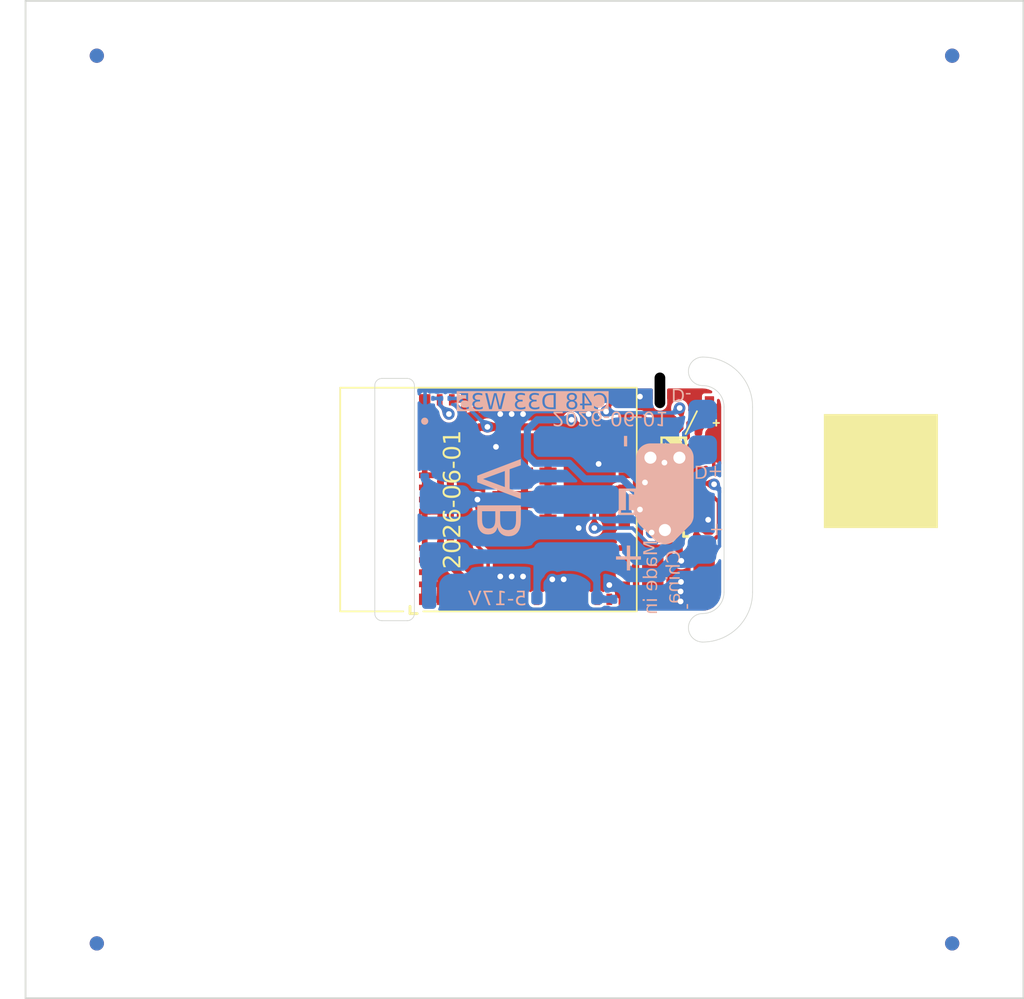
<source format=kicad_pcb>
(kicad_pcb (version 20241229) (generator "pcbnew") (generator_version "9.0")
  (title_block (title "LEDX12") (rev "1") (comment 1 "www.me.uk") (comment 2 "@TheRealRevK"))
  (layers (0 "F.Cu" signal) (2 "B.Cu" signal) (13 "F.Paste" user) (15 "B.Paste" user) (5 "F.SilkS" user "F.Silkscreen") (7 "B.SilkS" user "B.Silkscreen") (1 "F.Mask" user) (3 "B.Mask" user) (25 "Edge.Cuts" user))
  (property "DATE" "2023-06-01")
  (net 0 "")
  (net 1 "GND")
  (net 2 "Net-(U2-EN)")
  (net 3 "D-")
  (net 4 "D+")
  (net 13 "+3.3V")
  (net 25 "LED2")
  (net 28 "SD")
  (net 29 "LED1")
  (net 34 "SCK")
  (net 36 "WS")
  (net 38 "DC")
  (net 40 "BST")
  (net 41 "SW")
  (net 42 "FB")
  (net 43 "EN")
  (footprint "RevK:C_0402" (layer "F.Cu") (at 112.7 97)
    (property "Reference" "C6" (hide yes))
    (property "Value" "22uF" (hide yes))
    (pad "1" smd roundrect (at -0.5 0) (size 0.54 0.64) (layers "F.Cu" "F.Mask" "F.Paste") (roundrect_rratio 0.28) (net 13 "+3.3V"))
    (pad "2" smd roundrect (at 0.5 0) (size 0.54 0.64) (layers "F.Cu" "F.Mask" "F.Paste") (roundrect_rratio 0.28) (net 1 "GND"))
  )
  (footprint "RevK:C_0201" (layer "F.Cu") (at 112.85 99.85)
    (property "Reference" "C8" (hide yes))
    (property "Value" "100nF")
    (pad "1" smd roundrect (at -0.275 0) (size 0.25 0.35) (layers "F.Cu" "F.Mask" "F.Paste") (net 40 "BST") (clearance 0.18) (thermal_bridge_width 0.25) (thermal_gap 0.25))
    (pad "2" smd roundrect (at 0.275 0) (size 0.25 0.35) (layers "F.Cu" "F.Mask" "F.Paste") (net 41 "SW") (clearance 0.18) (thermal_bridge_width 0.25) (thermal_gap 0.25))
  )
  (footprint "RevK:C_0402" (layer "F.Cu") (at 110.85 101.7 90)
    (property "Reference" "C3" (hide yes))
    (property "Value" "100nF 25V" (hide yes))
    (pad "1" smd roundrect (at -0.5 0 90) (size 0.54 0.64) (layers "F.Cu" "F.Mask" "F.Paste") (roundrect_rratio 0.28) (net 38 "DC"))
    (pad "2" smd roundrect (at 0.5 0 90) (size 0.54 0.64) (layers "F.Cu" "F.Mask" "F.Paste") (roundrect_rratio 0.28) (net 1 "GND"))
  )
  (footprint "RevK:SMD1615" (layer "F.Cu") (at 112.5 93.6 -90)
    (property "Reference" "D1" (hide yes))
    (property "Value" "XL-1010RGBC-WS2812B" (hide yes))
    (fp_line (start 0.822737 -0.952833) (end 1.222737 -0.952833) (stroke (width 0.12)) (layer "F.SilkS"))
    (fp_line (start 1.022737 -1.152833) (end 1.022737 -0.752833) (stroke (width 0.12)) (layer "F.SilkS"))
    (pad "1" smd roundrect (at -0.625 0.475 270) (size 0.45 0.65) (layers "F.Cu" "F.Mask" "F.Paste") (roundrect_rratio 0) (chamfer_ratio 0.06) (chamfer bottom_left) (net 1 "GND"))
    (pad "2" smd roundrect (at 0.625 0.475 90) (size 0.45 0.65) (layers "F.Cu" "F.Mask" "F.Paste") (roundrect_rratio 0) (chamfer_ratio 0.06) (chamfer top_left) (net 25 "LED2"))
    (pad "3" smd roundrect (at 0.625 -0.475 270) (size 0.45 0.65) (layers "F.Cu" "F.Mask" "F.Paste") (roundrect_rratio 0) (chamfer_ratio 0.06) (chamfer top_right) (net 13 "+3.3V"))
    (pad "4" smd roundrect (at -0.625 -0.475 270) (size 0.45 0.65) (layers "F.Cu" "F.Mask" "F.Paste") (roundrect_rratio 0) (chamfer_ratio 0.06) (chamfer top_left))
  )
  (footprint "RevK:R_0201" (layer "F.Cu") (at 111.5 99.6 90)
    (property "Reference" "R3" (hide yes))
    (property "Value" "33k 1%")
    (pad "1" smd roundrect (at -0.275 0 90) (size 0.25 0.35) (layers "F.Cu" "F.Mask" "F.Paste") (net 42 "FB") (clearance 0.18) (thermal_bridge_width 0.25) (thermal_gap 0.25))
    (pad "2" smd roundrect (at 0.275 0 90) (size 0.25 0.35) (layers "F.Cu" "F.Mask" "F.Paste") (net 1 "GND") (clearance 0.18) (thermal_bridge_width 0.25) (thermal_gap 0.25))
  )
  (footprint "RevK:L_5x5" (layer "F.Cu") (at 110.8 105.15 180)
    (property "Reference" "L1" (hide yes))
    (property "Value" "4.7uH")
    (pad "1" smd rect (at -1.8 0 270) (size 4 1.5) (layers "F.Cu" "F.Mask") (net 41 "SW") (clearance 0.2))
    (pad "2" smd rect (at 1.8 0 270) (size 4 1.5) (layers "F.Cu" "F.Mask") (net 13 "+3.3V"))
  )
  (footprint "RevK:C_0201" (layer "F.Cu") (at 111.7 97.8)
    (property "Reference" "C15" (hide yes))
    (property "Value" "100nF")
    (pad "1" smd roundrect (at -0.275 0) (size 0.25 0.35) (layers "F.Cu" "F.Mask" "F.Paste") (net 1 "GND") (clearance 0.18) (thermal_bridge_width 0.25) (thermal_gap 0.25))
    (pad "2" smd roundrect (at 0.275 0) (size 0.25 0.35) (layers "F.Cu" "F.Mask" "F.Paste") (net 13 "+3.3V") (clearance 0.18) (thermal_bridge_width 0.25) (thermal_gap 0.25))
  )
  (footprint "RevK:C_0201" (layer "F.Cu") (at 113 97.8 180)
    (property "Reference" "C13" (hide yes))
    (property "Value" "100nF")
    (pad "1" smd roundrect (at -0.275 0 180) (size 0.25 0.35) (layers "F.Cu" "F.Mask" "F.Paste") (net 1 "GND") (clearance 0.18) (thermal_bridge_width 0.25) (thermal_gap 0.25))
    (pad "2" smd roundrect (at 0.275 0 180) (size 0.25 0.35) (layers "F.Cu" "F.Mask" "F.Paste") (net 13 "+3.3V") (clearance 0.18) (thermal_bridge_width 0.25) (thermal_gap 0.25))
  )
  (footprint "RevK:SOT-563" (layer "F.Cu") (at 112.0625 101.2875 90)
    (property "Reference" "U1" (hide yes))
    (property "Value" "TPS562246")
    (fp_line (start -1 -0.9) (end -1.3 -0.9) (stroke (width 0.2)) (layer "F.SilkS"))
    (fp_line (start -1.3 -0.6) (end -1.3 -0.9) (stroke (width 0.2)) (layer "F.SilkS"))
    (pad "1" smd roundrect (at -0.7125 -0.5 90) (size 0.675 0.35) (layers "F.Cu" "F.Mask" "F.Paste") (net 38 "DC") (clearance 0.15))
    (pad "2" smd roundrect (at -0.7125 0 90) (size 0.675 0.35) (layers "F.Cu" "F.Mask" "F.Paste") (net 41 "SW") (clearance 0.15))
    (pad "3" smd roundrect (at -0.7125 0.5 90) (size 0.675 0.35) (layers "F.Cu" "F.Mask" "F.Paste") (net 1 "GND") (clearance 0.15))
    (pad "4" smd roundrect (at 0.7125 0.5 90) (size 0.675 0.35) (layers "F.Cu" "F.Mask" "F.Paste") (net 40 "BST") (clearance 0.15))
    (pad "5" smd roundrect (at 0.7125 0 90) (size 0.675 0.35) (layers "F.Cu" "F.Mask" "F.Paste") (net 43 "EN") (clearance 0.15))
    (pad "6" smd roundrect (at 0.7125 -0.5 90) (size 0.675 0.35) (layers "F.Cu" "F.Mask" "F.Paste") (net 42 "FB") (clearance 0.15))
  )
  (footprint "RevK:C_0805" (layer "F.Cu") (at 109.3 99.65 90)
    (property "Reference" "C11" (hide yes))
    (property "Value" "47uF 6V")
    (pad "1" smd roundrect (at -0.9375 0 90) (size 1 1.45) (layers "F.Cu" "F.Mask" "F.Paste") (net 13 "+3.3V") (clearance 0.2))
    (pad "2" smd roundrect (at 0.9375 0 90) (size 1 1.45) (layers "F.Cu" "F.Mask" "F.Paste") (net 1 "GND"))
  )
  (footprint "RevK:C_0402" (layer "F.Cu") (at 112.7 95.2)
    (property "Reference" "C7" (hide yes))
    (property "Value" "22uF" (hide yes))
    (pad "1" smd roundrect (at -0.5 0) (size 0.54 0.64) (layers "F.Cu" "F.Mask" "F.Paste") (roundrect_rratio 0.28) (net 13 "+3.3V"))
    (pad "2" smd roundrect (at 0.5 0) (size 0.54 0.64) (layers "F.Cu" "F.Mask" "F.Paste") (roundrect_rratio 0.28) (net 1 "GND"))
  )
  (footprint "RevK:VCUT70N" (layer "F.Cu") (at 100 92)
    (property "Reference" "V1" (hide yes))
    (property "Value" "70")
    (zone (net 0) (net_name "") (layers "F.Cu" "B.Cu") (connect_pads (clearance 0)) (min_thickness 0.25)
      (keepout (tracks not_allowed) (vias not_allowed) (pads allowed) (copperpour not_allowed) (footprints allowed))
      (fill (thermal_gap 0.5) (thermal_bridge_width 0.5))
      (polygon (pts (xy 135 92.2) (xy 135 91.8) (xy 65 91.8) (xy 65 92.2)))
    )
  )
  (footprint "RevK:C_0402" (layer "F.Cu") (at 112.7 96.1)
    (property "Reference" "C9" (hide yes))
    (property "Value" "22uF" (hide yes))
    (pad "1" smd roundrect (at -0.5 0) (size 0.54 0.64) (layers "F.Cu" "F.Mask" "F.Paste") (roundrect_rratio 0.28) (net 13 "+3.3V"))
    (pad "2" smd roundrect (at 0.5 0) (size 0.54 0.64) (layers "F.Cu" "F.Mask" "F.Paste") (roundrect_rratio 0.28) (net 1 "GND"))
  )
  (footprint "RevK:ICS43434_MEMS_Mic_Open" (layer "F.Cu") (at 109.5 94.035 90)
    (property "Reference" "U3" (hide yes))
    (property "Value" "ICS43434_MEMS_Mic")
    (pad "" np_thru_hole oval (at 1.7 0 180) (size 0.95 2.7) (drill oval 0.75 2.5) (layers "*.Mask"))
    (pad "1" smd roundrect (at -1.289 0.9 180) (size 0.6 0.522) (layers "F.Cu" "F.Mask" "F.Paste") (net 36 "WS"))
    (pad "2" smd roundrect (at -0.467 0.9 180) (size 0.6 0.522) (layers "F.Cu" "F.Mask" "F.Paste") (net 1 "GND"))
    (pad "3" smd custom (at 0.785 -0.662 270) (size 0.3 0.3) (layers "F.Cu" "F.Mask") (net 1 "GND") (options (clearance outline) (anchor circle)) (primitives (gr_arc (start 0 -1.324) (mid 0.662 -0.662) (end 0 0) (width 0.3)) (gr_line (start 0 -1.324) (end -0.515 -1.324) (width 0.3)) (gr_line (start 0 0) (end -0.515 0) (width 0.3))))
    (pad "4" smd roundrect (at -0.467 -0.9 180) (size 0.6 0.522) (layers "F.Cu" "F.Mask" "F.Paste") (net 34 "SCK"))
    (pad "5" smd roundrect (at -1.289 -0.9 180) (size 0.6 0.522) (layers "F.Cu" "F.Mask" "F.Paste") (net 13 "+3.3V"))
    (pad "6" smd roundrect (at -1.289 0 180) (size 0.6 0.522) (layers "F.Cu" "F.Mask" "F.Paste") (net 28 "SD"))
    (zone (net 0) (net_name "") (layer "F.Cu") (connect_pads (clearance 0)) (min_thickness 0.25)
      (keepout (tracks allowed) (vias allowed) (pads allowed) (copperpour not_allowed) (footprints allowed))
      (fill (thermal_gap 0.5) (thermal_bridge_width 0.5))
      (polygon (pts (xy 109.5 93.9) (xy 109.05 93.7) (xy 108.85 93.25) (xy 109.1 92.75) (xy 109.5 92.6) (xy 109.95 92.8) (xy 110.15 93.25) (xy 109.95 93.7)))
    )
  )
  (footprint "RevK:PCB7070" (layer "F.Cu") (at 100 100)
    (property "Reference" "PCB1" (hide yes))
    (property "Value" "70x70" (hide yes))
    (fp_line (start -35 -35) (end 35 -35) (stroke (width 0.12)) (layer "Edge.Cuts"))
    (fp_line (start -35 35) (end -35 -35) (stroke (width 0.12)) (layer "Edge.Cuts"))
    (fp_line (start 35 -35) (end 35 35) (stroke (width 0.12)) (layer "Edge.Cuts"))
    (fp_line (start 35 35) (end -35 35) (stroke (width 0.12)) (layer "Edge.Cuts"))
    (pad "" np_thru_hole circle (at -32.5 -32.5) (size 2 2) (drill 2) (layers "*.Cu" "*.Mask") (clearance 0.1))
    (pad "" np_thru_hole circle (at -32.5 32.5) (size 2 2) (drill 2) (layers "*.Cu" "*.Mask") (clearance 0.1))
    (pad "" smd circle (at -30 -31.15) (size 1 1) (layers "F.Cu") (clearance 0.1))
    (pad "" smd circle (at -30 -31.15) (size 1 1) (layers "B.Cu" "B.Mask") (clearance 0.1))
    (pad "" smd circle (at -30 31.15) (size 1 1) (layers "F.Cu") (clearance 0.1))
    (pad "" smd circle (at -30 31.15) (size 1 1) (layers "B.Cu" "B.Mask") (clearance 0.1))
    (pad "" smd circle (at 30 -31.15) (size 1 1) (layers "F.Cu") (clearance 0.1))
    (pad "" smd circle (at 30 -31.15) (size 1 1) (layers "B.Cu" "B.Mask") (clearance 0.1))
    (pad "" smd circle (at 30 31.15) (size 1 1) (layers "F.Cu") (clearance 0.1))
    (pad "" smd circle (at 30 31.15) (size 1 1) (layers "B.Cu" "B.Mask") (clearance 0.1))
    (pad "" np_thru_hole circle (at 32.5 -32.5) (size 2 2) (drill 2) (layers "*.Cu" "*.Mask") (clearance 0.1))
    (pad "" np_thru_hole circle (at 32.5 32.5) (size 2 2) (drill 2) (layers "*.Cu" "*.Mask") (clearance 0.1))
  )
  (footprint "RevK:R_0201" (layer "F.Cu") (at 112.0625 99.6 90)
    (property "Reference" "R1" (hide yes))
    (property "Value" "150k 1%")
    (pad "1" smd roundrect (at -0.275 0 90) (size 0.25 0.35) (layers "F.Cu" "F.Mask" "F.Paste") (net 43 "EN") (clearance 0.18) (thermal_bridge_width 0.25) (thermal_gap 0.25))
    (pad "2" smd roundrect (at 0.275 0 90) (size 0.25 0.35) (layers "F.Cu" "F.Mask" "F.Paste") (net 38 "DC") (clearance 0.18) (thermal_bridge_width 0.25) (thermal_gap 0.25))
  )
  (footprint "RevK:ESP32-S3-MINI-1" (layer "F.Cu") (at 100 100 90)
    (property "Reference" "U2" (hide yes))
    (property "Value" "ESP32-S3-MINI-1" (hide yes))
    (fp_line (start 7.85 -12.925) (end 7.85 7.875) (stroke (width 0.12)) (layer "F.SilkS"))
    (fp_line (start -7.85 -12.925) (end 7.85 -12.925) (stroke (width 0.12)) (layer "F.SilkS"))
    (fp_line (start -7.85 -12.925) (end -7.85 -8.5) (stroke (width 0.12)) (layer "F.SilkS"))
    (fp_line (start -7.5 -8.03) (end -8 -8.03) (stroke (width 0.2)) (layer "F.SilkS"))
    (fp_line (start -8 -8.03) (end -8 -7.53) (stroke (width 0.2)) (layer "F.SilkS"))
    (fp_line (start -7.85 -7.1) (end -7.85 7.875) (stroke (width 0.12)) (layer "F.SilkS"))
    (fp_line (start -7.85 7.875) (end 7.85 7.875) (stroke (width 0.12)) (layer "F.SilkS"))
    (pad "1" smd rect (at -7 -5.95 180) (size 0.4 0.8) (layers "F.Cu" "F.Mask" "F.Paste") (net 1 "GND"))
    (pad "2" smd rect (at -7 -5.1 180) (size 0.4 0.8) (layers "F.Cu" "F.Mask" "F.Paste") (net 1 "GND"))
    (pad "3" smd rect (at -7 -4.25 180) (size 0.4 0.8) (layers "F.Cu" "F.Mask" "F.Paste") (net 13 "+3.3V"))
    (pad "4" smd rect (at -7 -3.4 180) (size 0.4 0.8) (layers "F.Cu" "F.Mask" "F.Paste"))
    (pad "5" smd rect (at -7 -2.55 180) (size 0.4 0.8) (layers "F.Cu" "F.Mask" "F.Paste") (net 29 "LED1"))
    (pad "6" smd rect (at -7 -1.7 180) (size 0.4 0.8) (layers "F.Cu" "F.Mask" "F.Paste"))
    (pad "7" smd rect (at -7 -0.85 180) (size 0.4 0.8) (layers "F.Cu" "F.Mask" "F.Paste"))
    (pad "8" smd rect (at -7 0 180) (size 0.4 0.8) (layers "F.Cu" "F.Mask" "F.Paste"))
    (pad "9" smd rect (at -7 0.85 180) (size 0.4 0.8) (layers "F.Cu" "F.Mask" "F.Paste"))
    (pad "10" smd rect (at -7 1.7 180) (size 0.4 0.8) (layers "F.Cu" "F.Mask" "F.Paste"))
    (pad "11" smd rect (at -7 2.55 180) (size 0.4 0.8) (layers "F.Cu" "F.Mask" "F.Paste"))
    (pad "12" smd rect (at -7 3.4 180) (size 0.4 0.8) (layers "F.Cu" "F.Mask" "F.Paste"))
    (pad "13" smd rect (at -7 4.25 180) (size 0.4 0.8) (layers "F.Cu" "F.Mask" "F.Paste"))
    (pad "14" smd rect (at -7 5.1 180) (size 0.4 0.8) (layers "F.Cu" "F.Mask" "F.Paste"))
    (pad "15" smd rect (at -7 5.95 180) (size 0.4 0.8) (layers "F.Cu" "F.Mask" "F.Paste"))
    (pad "16" smd rect (at -5.95 7 90) (size 0.4 0.8) (layers "F.Cu" "F.Mask" "F.Paste"))
    (pad "17" smd rect (at -5.1 7 90) (size 0.4 0.8) (layers "F.Cu" "F.Mask" "F.Paste"))
    (pad "18" smd rect (at -4.25 7 90) (size 0.4 0.8) (layers "F.Cu" "F.Mask" "F.Paste"))
    (pad "19" smd rect (at -3.4 7 90) (size 0.4 0.8) (layers "F.Cu" "F.Mask" "F.Paste"))
    (pad "20" smd rect (at -2.55 7 90) (size 0.4 0.8) (layers "F.Cu" "F.Mask" "F.Paste"))
    (pad "21" smd rect (at -1.7 7 90) (size 0.4 0.8) (layers "F.Cu" "F.Mask" "F.Paste"))
    (pad "22" smd rect (at -0.85 7 90) (size 0.4 0.8) (layers "F.Cu" "F.Mask" "F.Paste"))
    (pad "23" smd rect (at 0 7 90) (size 0.4 0.8) (layers "F.Cu" "F.Mask" "F.Paste") (net 3 "D-"))
    (pad "24" smd rect (at 0.85 7 90) (size 0.4 0.8) (layers "F.Cu" "F.Mask" "F.Paste") (net 4 "D+"))
    (pad "25" smd rect (at 1.7 7 90) (size 0.4 0.8) (layers "F.Cu" "F.Mask" "F.Paste") (net 25 "LED2"))
    (pad "26" smd rect (at 2.55 7 90) (size 0.4 0.8) (layers "F.Cu" "F.Mask" "F.Paste"))
    (pad "27" smd rect (at 3.4 7 90) (size 0.4 0.8) (layers "F.Cu" "F.Mask" "F.Paste") (net 1 "GND"))
    (pad "28" smd rect (at 4.25 7 90) (size 0.4 0.8) (layers "F.Cu" "F.Mask" "F.Paste") (net 28 "SD"))
    (pad "29" smd rect (at 5.1 7 90) (size 0.4 0.8) (layers "F.Cu" "F.Mask" "F.Paste") (net 13 "+3.3V"))
    (pad "30" smd rect (at 5.95 7 90) (size 0.4 0.8) (layers "F.Cu" "F.Mask" "F.Paste") (net 34 "SCK"))
    (pad "31" smd rect (at 7 5.95 180) (size 0.4 0.8) (layers "F.Cu" "F.Mask" "F.Paste") (net 36 "WS"))
    (pad "32" smd rect (at 7 5.1 180) (size 0.4 0.8) (layers "F.Cu" "F.Mask" "F.Paste"))
    (pad "33" smd rect (at 7 4.25 180) (size 0.4 0.8) (layers "F.Cu" "F.Mask" "F.Paste"))
    (pad "34" smd rect (at 7 3.4 180) (size 0.4 0.8) (layers "F.Cu" "F.Mask" "F.Paste"))
    (pad "35" smd rect (at 7 2.55 180) (size 0.4 0.8) (layers "F.Cu" "F.Mask" "F.Paste"))
    (pad "36" smd rect (at 7 1.7 180) (size 0.4 0.8) (layers "F.Cu" "F.Mask" "F.Paste"))
    (pad "37" smd rect (at 7 0.85 180) (size 0.4 0.8) (layers "F.Cu" "F.Mask" "F.Paste"))
    (pad "38" smd rect (at 7 0 180) (size 0.4 0.8) (layers "F.Cu" "F.Mask" "F.Paste"))
    (pad "39" smd rect (at 7 -0.85 180) (size 0.4 0.8) (layers "F.Cu" "F.Mask" "F.Paste"))
    (pad "40" smd rect (at 7 -1.7 180) (size 0.4 0.8) (layers "F.Cu" "F.Mask" "F.Paste"))
    (pad "41" smd rect (at 7 -2.55 180) (size 0.4 0.8) (layers "F.Cu" "F.Mask" "F.Paste"))
    (pad "42" smd rect (at 7 -3.4 180) (size 0.4 0.8) (layers "F.Cu" "F.Mask" "F.Paste") (net 1 "GND"))
    (pad "43" smd rect (at 7 -4.25 180) (size 0.4 0.8) (layers "F.Cu" "F.Mask" "F.Paste") (net 1 "GND"))
    (pad "44" smd rect (at 7 -5.1 180) (size 0.4 0.8) (layers "F.Cu" "F.Mask" "F.Paste") (net 1 "GND"))
    (pad "45" smd rect (at 7 -5.95 180) (size 0.4 0.8) (layers "F.Cu" "F.Mask" "F.Paste") (net 2 "Net-(U2-EN)"))
    (pad "46" smd rect (at 5.95 -7 90) (size 0.4 0.8) (layers "F.Cu" "F.Mask" "F.Paste") (net 1 "GND"))
    (pad "47" smd rect (at 5.1 -7 90) (size 0.4 0.8) (layers "F.Cu" "F.Mask" "F.Paste") (net 1 "GND"))
    (pad "48" smd rect (at 4.25 -7 90) (size 0.4 0.8) (layers "F.Cu" "F.Mask" "F.Paste") (net 1 "GND"))
    (pad "49" smd rect (at 3.4 -7 90) (size 0.4 0.8) (layers "F.Cu" "F.Mask" "F.Paste") (net 1 "GND"))
    (pad "50" smd rect (at 2.55 -7 90) (size 0.4 0.8) (layers "F.Cu" "F.Mask" "F.Paste") (net 1 "GND"))
    (pad "51" smd rect (at 1.7 -7 90) (size 0.4 0.8) (layers "F.Cu" "F.Mask" "F.Paste") (net 1 "GND"))
    (pad "52" smd rect (at 0.85 -7 90) (size 0.4 0.8) (layers "F.Cu" "F.Mask" "F.Paste") (net 1 "GND"))
    (pad "53" smd rect (at 0 -7 90) (size 0.4 0.8) (layers "F.Cu" "F.Mask" "F.Paste") (net 1 "GND"))
    (pad "54" smd rect (at -0.85 -7 90) (size 0.4 0.8) (layers "F.Cu" "F.Mask" "F.Paste") (net 1 "GND"))
    (pad "55" smd rect (at -1.7 -7 90) (size 0.4 0.8) (layers "F.Cu" "F.Mask" "F.Paste") (net 1 "GND"))
    (pad "56" smd rect (at -2.55 -7 90) (size 0.4 0.8) (layers "F.Cu" "F.Mask" "F.Paste") (net 1 "GND"))
    (pad "57" smd rect (at -3.4 -7 90) (size 0.4 0.8) (layers "F.Cu" "F.Mask" "F.Paste") (net 1 "GND"))
    (pad "58" smd rect (at -4.25 -7 90) (size 0.4 0.8) (layers "F.Cu" "F.Mask" "F.Paste") (net 1 "GND"))
    (pad "59" smd rect (at -5.1 -7 90) (size 0.4 0.8) (layers "F.Cu" "F.Mask" "F.Paste") (net 1 "GND"))
    (pad "60" smd rect (at -5.95 -7 90) (size 0.4 0.8) (layers "F.Cu" "F.Mask" "F.Paste") (net 1 "GND"))
    (pad "61" smd roundrect (at -1.65 -1.65 90) (size 1.2 1.2) (layers "F.Cu" "F.Mask" "F.Paste") (roundrect_rratio 0) (chamfer_ratio 0.5) (chamfer top_left) (net 1 "GND"))
    (pad "61" smd rect (at -1.65 0 180) (size 1.2 1.2) (layers "F.Cu" "F.Mask" "F.Paste") (net 1 "GND"))
    (pad "61" smd rect (at -1.65 1.65 180) (size 1.2 1.2) (layers "F.Cu" "F.Mask" "F.Paste") (net 1 "GND"))
    (pad "61" smd rect (at 0 -1.65 90) (size 1.2 1.2) (layers "F.Cu" "F.Mask" "F.Paste") (net 1 "GND"))
    (pad "61" smd rect (at 0 0 90) (size 1.2 1.2) (layers "F.Cu" "F.Mask" "F.Paste") (net 1 "GND"))
    (pad "61" smd rect (at 0 1.65 90) (size 1.2 1.2) (layers "F.Cu" "F.Mask" "F.Paste") (net 1 "GND"))
    (pad "61" smd rect (at 1.65 -1.65 90) (size 1.2 1.2) (layers "F.Cu" "F.Mask" "F.Paste") (net 1 "GND"))
    (pad "61" smd rect (at 1.65 0 90) (size 1.2 1.2) (layers "F.Cu" "F.Mask" "F.Paste") (net 1 "GND"))
    (pad "61" smd rect (at 1.65 1.65 90) (size 1.2 1.2) (layers "F.Cu" "F.Mask" "F.Paste") (net 1 "GND"))
    (pad "62" smd rect (at -7 -7 90) (size 0.8 0.8) (layers "F.Cu" "F.Mask" "F.Paste") (net 1 "GND"))
    (pad "63" smd rect (at -7 7 90) (size 0.8 0.8) (layers "F.Cu" "F.Mask" "F.Paste") (net 1 "GND"))
    (pad "64" smd rect (at 7 7 90) (size 0.8 0.8) (layers "F.Cu" "F.Mask" "F.Paste") (net 1 "GND"))
    (pad "65" smd rect (at 7 -7 90) (size 0.8 0.8) (layers "F.Cu" "F.Mask" "F.Paste") (net 1 "GND"))
    (zone (net 0) (net_name "") (layer "F.Cu") (connect_pads (clearance 0)) (min_thickness 0.01)
      (keepout (tracks not_allowed) (vias not_allowed) (pads not_allowed) (copperpour not_allowed) (footprints not_allowed))
      (fill (thermal_gap 0.508) (thermal_bridge_width 0.508))
      (polygon (pts (xy 87.225 107.7) (xy 87.225 92.3) (xy 92.275 92.3) (xy 92.275 107.7)))
    )
    (zone (net 0) (net_name "") (layers "F.Cu" "B.Cu") (connect_pads (clearance 0)) (min_thickness 0.25)
      (keepout (tracks allowed) (vias allowed) (pads allowed) (copperpour not_allowed) (footprints allowed))
      (fill (thermal_gap 0.5) (thermal_bridge_width 0.5))
      (polygon (pts (xy 92.5 107.5) (xy 87 113) (xy 87 87) (xy 92.5 92.5)))
    )
    (zone (net 0) (net_name "") (layer "B.Cu") (connect_pads (clearance 0)) (min_thickness 0.01)
      (keepout (tracks not_allowed) (vias not_allowed) (pads not_allowed) (copperpour not_allowed) (footprints not_allowed))
      (fill (thermal_gap 0.508) (thermal_bridge_width 0.508))
      (polygon (pts (xy 87.15 107.7) (xy 87.15 92.3) (xy 91.8 92.3) (xy 91.8 107.7)))
    )
  )
  (footprint "RevK:R_0201" (layer "F.Cu") (at 110.9 99.6 -90)
    (property "Reference" "R2" (hide yes))
    (property "Value" "150k 1%")
    (pad "1" smd roundrect (at -0.275 0 270) (size 0.25 0.35) (layers "F.Cu" "F.Mask" "F.Paste") (net 13 "+3.3V") (clearance 0.18) (thermal_bridge_width 0.25) (thermal_gap 0.25))
    (pad "2" smd roundrect (at 0.275 0 270) (size 0.25 0.35) (layers "F.Cu" "F.Mask" "F.Paste") (net 42 "FB") (clearance 0.18) (thermal_bridge_width 0.25) (thermal_gap 0.25))
  )
  (footprint "RevK:C_0201" (layer "F.Cu") (at 110.6 100.4 180)
    (property "Reference" "C10" (hide yes))
    (property "Value" "18pF")
    (pad "1" smd roundrect (at -0.275 0 180) (size 0.25 0.35) (layers "F.Cu" "F.Mask" "F.Paste") (net 42 "FB") (clearance 0.18) (thermal_bridge_width 0.25) (thermal_gap 0.25))
    (pad "2" smd roundrect (at 0.275 0 180) (size 0.25 0.35) (layers "F.Cu" "F.Mask" "F.Paste") (net 13 "+3.3V") (clearance 0.18) (thermal_bridge_width 0.25) (thermal_gap 0.25))
  )
  (footprint "RevK:DFN1006-2L" (layer "B.Cu") (at 93 98 -90)
    (property "Reference" "D2" (hide yes))
    (property "Value" "~")
    (pad "1" smd roundrect (at -0.4 0 270) (size 0.5 0.6) (layers "B.Cu" "B.Mask" "B.Paste") (net 1 "GND"))
    (pad "2" smd roundrect (at 0.4 0 270) (size 0.5 0.6) (layers "B.Cu" "B.Mask" "B.Paste") (net 29 "LED1"))
  )
  (footprint "RevK:C_0603" (layer "B.Cu") (at 101.65 106.9)
    (property "Reference" "C12" (hide yes))
    (property "Value" "10uF 35V")
    (pad "1" smd roundrect (at -0.775 0) (size 0.8 0.95) (layers "B.Cu" "B.Mask" "B.Paste") (net 38 "DC"))
    (pad "2" smd roundrect (at 0.775 0) (size 0.8 0.95) (layers "B.Cu" "B.Mask" "B.Paste") (net 1 "GND"))
  )
  (footprint "RevK:VCUT70N" (layer "B.Cu") (at 100 108)
    (property "Reference" "V2" (hide yes))
    (property "Value" "70")
    (zone (net 0) (net_name "") (layers "F.Cu" "B.Cu") (connect_pads (clearance 0)) (min_thickness 0.25)
      (keepout (tracks not_allowed) (vias not_allowed) (pads allowed) (copperpour not_allowed) (footprints allowed))
      (fill (thermal_gap 0.5) (thermal_bridge_width 0.5))
      (polygon (pts (xy 135 107.8) (xy 135 108.2) (xy 65 108.2) (xy 65 107.8)))
    )
  )
  (footprint "RevK:C_0603" (layer "B.Cu") (at 104.3 106.9 180)
    (property "Reference" "C16" (hide yes))
    (property "Value" "10uF 35V")
    (pad "1" smd roundrect (at -0.775 0 180) (size 0.8 0.95) (layers "B.Cu" "B.Mask" "B.Paste") (net 38 "DC"))
    (pad "2" smd roundrect (at 0.775 0 180) (size 0.8 0.95) (layers "B.Cu" "B.Mask" "B.Paste") (net 1 "GND"))
  )
  (footprint "RevK:PAD-2mm" (layer "B.Cu") (at 112.5 94 180)
    (property "Reference" "P2" (hide yes))
    (property "Value" "Square")
    (pad "1" smd roundrect (at 0 0 180) (size 2 2) (layers "B.Cu" "B.Mask") (net 3 "D-"))
  )
  (footprint "RevK:Tag-Connect_TC2030-IDC-NL_2x03_P1.27mm_Vertical" (layer "B.Cu") (at 109.85 99.6 90)
    (property "Reference" "J2" (hide yes))
    (property "Value" "TC2030-USB-NL-DS")
    (fp_poly (pts (arc (start 2.54 -2.016) (mid 3.247107 -1.723107) (end 3.54 -1.016)) (arc (start 3.54 1.016) (mid 3.247107 1.723107) (end 2.54 2.016)) (xy -1.524003 2.016) (arc (start -1.524 2.016) (mid -1.906684 1.93988) (end -2.231107 1.723107)) (arc (start -3.247107 0.707107) (mid -3.46388 0.382683) (end -3.54 0)) (arc (start -3.54 0) (mid -3.46388 -0.382684) (end -3.247107 -0.707107)) (xy -2.231107 -1.723106) (arc (start -2.231107 -1.723107) (mid -1.906683 -1.93988) (end -1.524 -2.016))) (fill yes) (layer "B.SilkS"))
    (pad "" np_thru_hole circle (at -2.54 0 90) (size 0.85 0.85) (drill 0.85) (layers "*.Cu" "*.Mask") (clearance 0.1))
    (pad "" np_thru_hole circle (at 2.54 -1.016 90) (size 0.85 0.85) (drill 0.85) (layers "*.Cu" "*.Mask") (clearance 0.1))
    (pad "" np_thru_hole circle (at 2.54 1.016 90) (size 0.85 0.85) (drill 0.85) (layers "*.Cu" "*.Mask") (clearance 0.1))
    (pad "1" connect circle (at -1.27 -0.635 90) (size 1 1) (layers "B.Cu" "B.Mask") (net 38 "DC"))
    (pad "2" connect circle (at -1.27 0.635 90) (size 1 1) (layers "B.Cu" "B.Mask") (net 3 "D-"))
    (pad "3" connect circle (at 0 -0.635 90) (size 1 1) (layers "B.Cu" "B.Mask") (net 3 "D-"))
    (pad "4" connect circle (at 0 0.635 90) (size 1 1) (layers "B.Cu" "B.Mask") (net 4 "D+"))
    (pad "5" connect circle (at 1.27 -0.635 90) (size 1 1) (layers "B.Cu" "B.Mask") (net 1 "GND"))
    (pad "6" connect circle (at 1.27 0.635 90) (size 1 1) (layers "B.Cu" "B.Mask") (net 3 "D-"))
    (zone (net 0) (net_name "") (layer "B.Cu") (connect_pads (clearance 0)) (min_thickness 0.254)
      (keepout (tracks allowed) (vias not_allowed) (pads allowed) (copperpour not_allowed) (footprints not_allowed))
      (fill (thermal_gap 0.508) (thermal_bridge_width 0.508))
      (polygon (pts (xy 110.485 98.965) (xy 110.485 100.235) (xy 109.215 100.235) (xy 109.215 98.965)))
    )
  )
  (footprint "RevK:C_0805" (layer "B.Cu") (at 94.25 106.95)
    (property "Reference" "C1" (hide yes))
    (property "Value" "22uF 25V")
    (pad "1" smd roundrect (at -0.9375 0) (size 1 1.45) (layers "B.Cu" "B.Mask" "B.Paste") (net 38 "DC") (clearance 0.2))
    (pad "2" smd roundrect (at 0.9375 0) (size 1 1.45) (layers "B.Cu" "B.Mask" "B.Paste") (net 1 "GND"))
  )
  (footprint "RevK:PAD-2mm" (layer "B.Cu") (at 112.5 96.5 180)
    (property "Reference" "P3" (hide yes))
    (property "Value" "Square")
    (pad "1" smd roundrect (at 0 0 180) (size 2 2) (layers "B.Cu" "B.Mask") (net 4 "D+"))
  )
  (footprint "RevK:PAD-2mm" (layer "B.Cu") (at 112.45 103.5 180)
    (property "Reference" "P1" (hide yes))
    (property "Value" "Square")
    (pad "1" smd roundrect (at 0 0 180) (size 2 2) (layers "B.Cu" "B.Mask") (net 38 "DC"))
  )
  (footprint "RevK:PAD-2mm" (layer "B.Cu") (at 112.5 106 180)
    (property "Reference" "P4" (hide yes))
    (property "Value" "Square")
    (pad "1" smd roundrect (at 0 0 180) (size 2 2) (layers "B.Cu" "B.Mask") (net 1 "GND"))
  )
  (footprint "RevK:WAGO-2060-453-998-404-O" (layer "B.Cu") (at 99 100 180)
    (property "Reference" "J1" (hide yes))
    (property "Value" "Conn_01x03")
    (fp_circle (center 6 5.5) (end 6.25 5.5) (fill yes) (layer "B.SilkS"))
    (pad "1" smd roundrect (at -4.65 4 270) (size 2 6) (layers "B.Cu" "B.Mask" "B.Paste") (net 1 "GND"))
    (pad "1" smd roundrect (at 4.6 4 270) (size 2 3.5) (layers "B.Cu" "B.Mask" "B.Paste") (net 1 "GND"))
    (pad "2" smd roundrect (at -4.65 0 270) (size 2 6) (layers "B.Cu" "B.Mask" "B.Paste") (net 29 "LED1"))
    (pad "2" smd roundrect (at 4.6 0 270) (size 2 3.5) (layers "B.Cu" "B.Mask" "B.Paste") (net 29 "LED1"))
    (pad "3" smd roundrect (at -4.65 -4 270) (size 2 6) (layers "B.Cu" "B.Mask" "B.Paste") (net 38 "DC"))
    (pad "3" smd roundrect (at 4.6 -4 270) (size 2 3.5) (layers "B.Cu" "B.Mask" "B.Paste") (net 38 "DC"))
  )
  (footprint "RevK:C_0201" (layer "B.Cu") (at 93.3 92.9 180)
    (property "Reference" "C14" (hide yes))
    (property "Value" "1uF")
    (pad "1" smd roundrect (at -0.275 0 180) (size 0.25 0.35) (layers "B.Cu" "B.Mask" "B.Paste") (net 2 "Net-(U2-EN)") (clearance 0.18) (thermal_bridge_width 0.25) (thermal_gap 0.25))
    (pad "2" smd roundrect (at 0.275 0 180) (size 0.25 0.35) (layers "B.Cu" "B.Mask" "B.Paste") (net 1 "GND") (clearance 0.18) (thermal_bridge_width 0.25) (thermal_gap 0.25))
  )
  (footprint "RevK:R_0201" (layer "B.Cu") (at 94.45 92.9 180)
    (property "Reference" "R4" (hide yes))
    (property "Value" "10K")
    (pad "1" smd roundrect (at -0.275 0 180) (size 0.25 0.35) (layers "B.Cu" "B.Mask" "B.Paste") (net 13 "+3.3V") (clearance 0.18) (thermal_bridge_width 0.25) (thermal_gap 0.25))
    (pad "2" smd roundrect (at 0.275 0 180) (size 0.25 0.35) (layers "B.Cu" "B.Mask" "B.Paste") (net 2 "Net-(U2-EN)") (clearance 0.18) (thermal_bridge_width 0.25) (thermal_gap 0.25))
  )
  (footprint "RevK:C_0402" (layer "B.Cu") (at 106.75 107)
    (property "Reference" "C2" (hide yes))
    (property "Value" "100nF 25V" (hide yes))
    (pad "1" smd roundrect (at -0.5 0) (size 0.54 0.64) (layers "B.Cu" "B.Mask" "B.Paste") (roundrect_rratio 0.28) (net 38 "DC"))
    (pad "2" smd roundrect (at 0.5 0) (size 0.54 0.64) (layers "B.Cu" "B.Mask" "B.Paste") (roundrect_rratio 0.28) (net 1 "GND"))
  )
  (gr_rect (start 121 94) (end 129 102) (fill yes) (layer "F.SilkS"))
  (gr_line (start 111.3 95.4) (end 112.1 93.8) (stroke (width 0.12)) (layer "F.SilkS"))
  (gr_arc (start 116 106.5) (mid 114.974874 108.974874) (end 112.5 110) (stroke (width 0.05)) (layer "Edge.Cuts"))
  (gr_arc (start 92.275 108) (mid 92.128553 108.353553) (end 91.775 108.5) (stroke (width 0.05)) (layer "Edge.Cuts"))
  (gr_arc (start 90 108.5) (mid 89.646447 108.353553) (end 89.5 108) (stroke (width 0.05)) (layer "Edge.Cuts"))
  (gr_arc (start 91.775 91.5) (mid 92.128553 91.646447) (end 92.275 92) (stroke (width 0.05)) (layer "Edge.Cuts"))
  (gr_arc (start 112.5 110) (mid 111.5 109) (end 112.5 108) (stroke (width 0.05)) (layer "Edge.Cuts"))
  (gr_arc (start 89.5 92) (mid 89.646447 91.646447) (end 90 91.5) (stroke (width 0.05)) (layer "Edge.Cuts"))
  (gr_line (start 91.775 108.5) (end 90 108.5) (stroke (width 0.05)) (layer "Edge.Cuts"))
  (gr_line (start 90 91.5) (end 91.775 91.5) (stroke (width 0.05)) (layer "Edge.Cuts"))
  (gr_line (start 92.275 92) (end 92.275 108) (stroke (width 0.05)) (layer "Edge.Cuts"))
  (gr_line (start 116 93.5) (end 116 106.5) (stroke (width 0.05)) (layer "Edge.Cuts"))
  (gr_arc (start 112.5 90) (mid 114.974874 91.025126) (end 116 93.5) (stroke (width 0.05)) (layer "Edge.Cuts"))
  (gr_line (start 114 93.5) (end 114 106.5) (stroke (width 0.05)) (layer "Edge.Cuts"))
  (gr_arc (start 112.5 92) (mid 111.5 91) (end 112.5 90) (stroke (width 0.05)) (layer "Edge.Cuts"))
  (gr_arc (start 114 106.5) (mid 113.56066 107.56066) (end 112.5 108) (stroke (width 0.05)) (layer "Edge.Cuts"))
  (gr_line (start 89.5 92) (end 89.5 108) (stroke (width 0.05)) (layer "Edge.Cuts"))
  (gr_arc (start 112.5 92) (mid 113.56066 92.43934) (end 114 93.5) (stroke (width 0.05)) (layer "Edge.Cuts"))
  (gr_text "${CURRENT_DATE}" (at 95 100 90) (layer "F.SilkS") (effects (font (size 1.2 1.2))))
  (gr_text "21" (at 110.318026 96.919272 270) (layer "F.SilkS" knockout) (effects (font (size 1.5 1.5))))
  (gr_text "1" (at 107.25 100.3 0) (layer "B.SilkS" knockout) (effects (font (size 1.5 1.5)) (justify mirror)))
  (gr_text "-" (at 111.4 107.5 90) (layer "B.SilkS") (effects (font (size 0.9 0.9)) (justify mirror)))
  (gr_text "C48 D33 W35" (at 100.55 93.2 0) (layer "B.SilkS" knockout) (effects (font (size 1.1 1.1)) (justify mirror)))
  (gr_text "D-" (at 111 92.6 180) (layer "B.SilkS") (effects (font (size 0.9 0.9)) (justify mirror)))
  (gr_text "-" (at 107.15 95.9 -90) (layer "B.SilkS") (effects (font (size 2 2)) (justify mirror)))
  (gr_text "${CURRENT_DATE}" (at 106 94.25 180) (layer "B.SilkS") (effects (font (size 1 1)) (justify mirror)))
  (gr_text "AB" (at 98.5 100 90) (layer "B.SilkS") (effects (font (size 3 3)) (justify mirror)))
  (gr_text "Made in\nChina" (at 109.7 105.45 90) (layer "B.SilkS") (effects (font (size 0.95 0.95)) (justify mirror)))
  (gr_text "+" (at 107.25 104.1 -90) (layer "B.SilkS") (effects (font (size 2 2)) (justify mirror)))
  (gr_text "+" (at 113.5 102.1 90) (layer "B.SilkS") (effects (font (size 0.9 0.9)) (justify mirror)))
  (gr_text "5-17V" (at 98.1 107 0) (layer "B.SilkS") (effects (font (size 1 1)) (justify mirror)))
  (gr_text "D+" (at 112.9 98 180) (layer "B.SilkS") (effects (font (size 0.9 0.9)) (justify mirror)))
  (segment (start 113.275 97.98781) (end 113.275 97.8) (width 0.25) (layer "F.Cu") (net 1))
  (segment (start 113.01181 98.251) (end 113.275 97.98781) (width 0.25) (layer "F.Cu") (net 1))
  (segment (start 107.476 107.476) (end 107 107) (width 0.25) (layer "F.Cu") (net 1))
  (segment (start 112.949237 98.251) (end 113.01181 98.251) (width 0.25) (layer "F.Cu") (net 1))
  (segment (start 112.290734 98.3) (end 112.900237 98.3) (width 0.25) (layer "F.Cu") (net 1))
  (segment (start 111.5 99.325) (end 111.5 99.090734) (width 0.25) (layer "F.Cu") (net 1))
  (segment (start 112.900237 98.3) (end 112.949237 98.251) (width 0.25) (layer "F.Cu") (net 1))
  (segment (start 110.95 107.15) (end 110.624 107.476) (width 0.25) (layer "F.Cu") (net 1))
  (segment (start 111.5 99.090734) (end 112.290734 98.3) (width 0.25) (layer "F.Cu") (net 1))
  (segment (start 107.875 93) (end 108.1 92.775) (width 0.25) (layer "F.Cu") (net 1))
  (segment (start 110.624 107.476) (end 107.476 107.476) (width 0.25) (layer "F.Cu") (net 1))
  (segment (start 107 93) (end 107.875 93) (width 0.25) (layer "F.Cu") (net 1))
  (via (at 110.977818 105.777818) (size 0.8) (drill 0.4) (layers "F.Cu" "B.Cu") (net 1))
  (via (at 99.9 94) (size 0.8) (drill 0.4) (layers "F.Cu" "B.Cu") (net 1))
  (via (at 108.451 98.8) (size 0.8) (drill 0.4) (layers "F.Cu" "B.Cu") (net 1))
  (via (at 110.95 106.45) (size 0.8) (drill 0.4) (layers "F.Cu" "B.Cu") (net 1))
  (via (at 105.2 97.5) (size 0.8) (drill 0.4) (layers "F.Cu" "B.Cu") (net 1))
  (via (at 112.884864 101.419189) (size 0.8) (drill 0.4) (layers "F.Cu" "B.Cu") (net 1))
  (via (at 98 96.3) (size 0.8) (drill 0.4) (layers "F.Cu" "B.Cu") (net 1))
  (via (at 105.95 106) (size 0.8) (drill 0.4) (layers "F.Cu" "B.Cu") (net 1))
  (via (at 108.1 92.775) (size 0.8) (drill 0.4) (layers "F.Cu" "B.Cu") (net 1))
  (via (at 98.3 105.4) (size 0.8) (drill 0.4) (layers "F.Cu" "B.Cu") (net 1))
  (via (at 103.8 102) (size 0.8) (drill 0.4) (layers "F.Cu" "B.Cu") (net 1))
  (via (at 99.1 105.4) (size 0.8) (drill 0.4) (layers "F.Cu" "B.Cu") (net 1))
  (via (at 102.75 105.6) (size 0.8) (drill 0.4) (layers "F.Cu" "B.Cu") (net 1))
  (via (at 110.95 107.15) (size 0.8) (drill 0.4) (layers "F.Cu" "B.Cu") (net 1))
  (via (at 101.95 105.6) (size 0.8) (drill 0.4) (layers "F.Cu" "B.Cu") (net 1))
  (via (at 98.3 94) (size 0.8) (drill 0.4) (layers "F.Cu" "B.Cu") (net 1))
  (via (at 99.1 94) (size 0.8) (drill 0.4) (layers "F.Cu" "B.Cu") (net 1))
  (via (at 104.5 94) (size 0.8) (drill 0.4) (layers "F.Cu" "B.Cu") (net 1))
  (via (at 99.9 105.4) (size 0.8) (drill 0.4) (layers "F.Cu" "B.Cu") (net 1))
  (segment (start 94.05 93) (end 94.05 93.350002) (width 0.25) (layer "F.Cu") (net 2))
  (segment (start 94.05 93.350002) (end 94.7 94.000002) (width 0.25) (layer "F.Cu") (net 2))
  (via (at 94.7 94.000002) (size 0.8) (drill 0.4) (layers "F.Cu" "B.Cu") (net 2))
  (segment (start 94.05 92.9) (end 94.05 93.350002) (width 0.25) (layer "B.Cu") (net 2))
  (segment (start 93.825 92.9) (end 94.05 92.9) (width 0.25) (layer "B.Cu") (net 2))
  (segment (start 94.05 92.9) (end 94.175 92.9) (width 0.25) (layer "B.Cu") (net 2))
  (segment (start 93.575 92.9) (end 93.825 92.9) (width 0.25) (layer "B.Cu") (net 2))
  (segment (start 94.05 93.350002) (end 94.7 94.000002) (width 0.25) (layer "B.Cu") (net 2))
  (segment (start 107.726 98.474) (end 108.464 97.736) (width 0.25) (layer "F.Cu") (net 3))
  (segment (start 109.490308 97.736) (end 109.816976 97.409332) (width 0.25) (layer "F.Cu") (net 3))
  (segment (start 108.464 97.736) (end 109.490308 97.736) (width 0.25) (layer "F.Cu") (net 3))
  (segment (start 107.65 100) (end 107.726 99.924) (width 0.25) (layer "F.Cu") (net 3))
  (segment (start 107 100) (end 107.65 100) (width 0.25) (layer "F.Cu") (net 3))
  (segment (start 107.726 99.924) (end 107.726 98.474) (width 0.25) (layer "F.Cu") (net 3))
  (via (at 109.816976 97.409332) (size 0.8) (drill 0.4) (layers "F.Cu" "B.Cu") (net 3))
  (segment (start 109.816976 97.409332) (end 109.816976 97.661976) (width 0.25) (layer "B.Cu") (net 3))
  (segment (start 109.816976 97.409332) (end 109.816976 97.153016) (width 0.25) (layer "B.Cu") (net 3))
  (segment (start 110.485 98.33) (end 109.215 99.6) (width 0.25) (layer "B.Cu") (net 3))
  (segment (start 109.816976 97.661976) (end 110.485 98.33) (width 0.25) (layer "B.Cu") (net 3))
  (segment (start 111.174 95.326) (end 112.5 94) (width 0.25) (layer "B.Cu") (net 3))
  (segment (start 110.485 100.87) (end 109.215 99.6) (width 0.25) (layer "B.Cu") (net 3))
  (segment (start 111.158 96.384) (end 111.174 96.368) (width 0.25) (layer "B.Cu") (net 3))
  (segment (start 110.585992 96.384) (end 111.158 96.384) (width 0.25) (layer "B.Cu") (net 3))
  (segment (start 109.816976 97.153016) (end 110.585992 96.384) (width 0.25) (layer "B.Cu") (net 3))
  (segment (start 111.174 96.368) (end 111.174 95.326) (width 0.25) (layer "B.Cu") (net 3))
  (segment (start 104.9 100.7) (end 106.45 99.15) (width 0.25) (layer "F.Cu") (net 4))
  (segment (start 106.45 99.15) (end 107 99.15) (width 0.25) (layer "F.Cu") (net 4))
  (segment (start 104.9 102) (end 104.9 100.7) (width 0.25) (layer "F.Cu") (net 4))
  (via (at 104.9 102) (size 0.8) (drill 0.4) (layers "F.Cu" "B.Cu") (net 4))
  (segment (start 109.2167 103.040737) (end 108.61609 103.040737) (width 0.25) (layer "B.Cu") (net 4))
  (segment (start 111.309869 97.933249) (end 112.5 96.743118) (width 0.25) (layer "B.Cu") (net 4))
  (segment (start 110.485 99.6) (end 111.309869 98.775131) (width 0.25) (layer "B.Cu") (net 4))
  (segment (start 108.61609 103.040737) (end 107.575353 102) (width 0.25) (layer "B.Cu") (net 4))
  (segment (start 111.311 101.635008) (end 110.130008 102.816) (width 0.25) (layer "B.Cu") (net 4))
  (segment (start 111.309869 98.775131) (end 111.309869 97.933249) (width 0.25) (layer "B.Cu") (net 4))
  (segment (start 111.311 100.426) (end 111.311 101.635008) (width 0.25) (layer "B.Cu") (net 4))
  (segment (start 110.130008 102.816) (end 109.441437 102.816) (width 0.25) (layer "B.Cu") (net 4))
  (segment (start 107.575353 102) (end 104.9 102) (width 0.25) (layer "B.Cu") (net 4))
  (segment (start 109.441437 102.816) (end 109.2167 103.040737) (width 0.25) (layer "B.Cu") (net 4))
  (segment (start 110.485 99.6) (end 111.311 100.426) (width 0.25) (layer "B.Cu") (net 4))
  (segment (start 94.8 96.95) (end 96.85 94.9) (width 0.5) (layer "F.Cu") (net 13))
  (segment (start 103.3 94.4) (end 103.8 94.9) (width 0.5) (layer "F.Cu") (net 13))
  (segment (start 109 103.602838) (end 109 105.15) (width 0.5) (layer "F.Cu") (net 13))
  (segment (start 112.2 97) (end 112.2 96.1) (width 0.25) (layer "F.Cu") (net 13))
  (segment (start 108.273581 102.876419) (end 109 103.602838) (width 0.5) (layer "F.Cu") (net 13))
  (segment (start 107.872016 94.9) (end 108.296016 95.324) (width 0.5) (layer "F.Cu") (net 13))
  (segment (start 112.2 97.8) (end 111.975 97.8) (width 0.25) (layer "F.Cu") (net 13))
  (segment (start 96.85 94.9) (end 97.4 94.9) (width 0.5) (layer "F.Cu") (net 13))
  (segment (start 102 94.9) (end 104.5 94.9) (width 0.5) (layer "F.Cu") (net 13))
  (segment (start 95.75 105.55) (end 94.8 104.6) (width 0.5) (layer "F.Cu") (net 13))
  (segment (start 112.2 95.2) (end 112.211034 95.2) (width 0.25) (layer "F.Cu") (net 13))
  (segment (start 110.9 99.02287) (end 111.840734 98.082136) (width 0.25) (layer "F.Cu") (net 13))
  (segment (start 110.9 99.325) (end 110.9 99.02287) (width 0.25) (layer "F.Cu") (net 13))
  (segment (start 108.065395 100.734605) (end 108.065395 102.668233) (width 0.5) (layer "F.Cu") (net 13))
  (segment (start 110.299 100.426) (end 110.299 100.4) (width 0.5) (layer "F.Cu") (net 13))
  (segment (start 94.8 104.6) (end 94.8 96.95) (width 0.5) (layer "F.Cu") (net 13))
  (segment (start 111.975 97.888604) (end 111.975 97.8) (width 0.25) (layer "F.Cu") (net 13))
  (segment (start 107 94.9) (end 107.872016 94.9) (width 0.5) (layer "F.Cu") (net 13))
  (segment (start 108.1 100.7) (end 108.065395 100.734605) (width 0.5) (layer "F.Cu") (net 13))
  (segment (start 97.4 94.9) (end 102 94.9) (width 0.5) (layer "F.Cu") (net 13))
  (segment (start 110.1375 100.5875) (end 110.299 100.426) (width 0.5) (layer "F.Cu") (net 13))
  (segment (start 110.325 99.725001) (end 110.725001 99.325) (width 0.25) (layer "F.Cu") (net 13))
  (segment (start 108.065395 102.668233) (end 108.273581 102.876419) (width 0.5) (layer "F.Cu") (net 13))
  (segment (start 95.75 107) (end 95.75 105.55) (width 0.5) (layer "F.Cu") (net 13))
  (segment (start 108.1 100.7) (end 109.1875 100.7) (width 0.5) (layer "F.Cu") (net 13))
  (segment (start 112.2 96.1) (end 112.2 95.2) (width 0.25) (layer "F.Cu") (net 13))
  (segment (start 103.8 94.9) (end 104.5 94.9) (width 0.5) (layer "F.Cu") (net 13))
  (segment (start 104.5 94.9) (end 107 94.9) (width 0.5) (layer "F.Cu") (net 13))
  (segment (start 111.840734 98.02287) (end 111.975 97.888604) (width 0.25) (layer "F.Cu") (net 13))
  (segment (start 103.3 94.5) (end 102.9 94.9) (width 0.5) (layer "F.Cu") (net 13))
  (segment (start 112.725 97.8) (end 112.2 97.8) (width 0.25) (layer "F.Cu") (net 13))
  (segment (start 110.325 100.4) (end 110.325 99.725001) (width 0.25) (layer "F.Cu") (net 13))
  (segment (start 102.9 94.9) (end 102 94.9) (width 0.5) (layer "F.Cu") (net 13))
  (segment (start 111.840734 98.082136) (end 111.840734 98.02287) (width 0.25) (layer "F.Cu") (net 13))
  (segment (start 112.975 94.425) (end 112.975 94.225) (width 0.25) (layer "F.Cu") (net 13))
  (segment (start 108.296016 95.324) (end 108.6 95.324) (width 0.5) (layer "F.Cu") (net 13))
  (segment (start 112.2 97) (end 112.2 97.8) (width 0.25) (layer "F.Cu") (net 13))
  (segment (start 112.2 95.2) (end 112.975 94.425) (width 0.25) (layer "F.Cu") (net 13))
  (segment (start 109.3 100.5875) (end 110.1375 100.5875) (width 0.5) (layer "F.Cu") (net 13))
  (segment (start 103.3 94.4) (end 103.3 94.5) (width 0.5) (layer "F.Cu") (net 13))
  (segment (start 110.725001 99.325) (end 110.9 99.325) (width 0.25) (layer "F.Cu") (net 13))
  (via (at 108.1 100.7) (size 0.8) (drill 0.4) (layers "F.Cu" "B.Cu") (net 13))
  (via (at 103.3 94.4) (size 0.8) (drill 0.4) (layers "F.Cu" "B.Cu") (net 13))
  (via (at 97.4 94.9) (size 0.8) (drill 0.4) (layers "F.Cu" "B.Cu") (net 13))
  (segment (start 95.4 92.9) (end 97.4 94.9) (width 0.25) (layer "B.Cu") (net 13))
  (segment (start 104.235828 98.549) (end 105.95 98.549) (width 0.5) (layer "B.Cu") (net 13))
  (segment (start 108.1 99.8) (end 108.1 100.7) (width 0.5) (layer "B.Cu") (net 13))
  (segment (start 100.89781 94.4) (end 100.199 95.09881) (width 0.5) (layer "B.Cu") (net 13))
  (segment (start 103.137828 97.451) (end 104.235828 98.549) (width 0.5) (layer "B.Cu") (net 13))
  (segment (start 103.3 94.4) (end 100.89781 94.4) (width 0.5) (layer "B.Cu") (net 13))
  (segment (start 100.74881 97.451) (end 103.137828 97.451) (width 0.5) (layer "B.Cu") (net 13))
  (segment (start 108.1 100.08195) (end 108.1 100.7) (width 0.5) (layer "B.Cu") (net 13))
  (segment (start 100.199 95.09881) (end 100.199 96.90119) (width 0.5) (layer "B.Cu") (net 13))
  (segment (start 105.95 98.549) (end 106.849 98.549) (width 0.5) (layer "B.Cu") (net 13))
  (segment (start 94.725 92.9) (end 95.4 92.9) (width 0.25) (layer "B.Cu") (net 13))
  (segment (start 106.849 98.549) (end 108.1 99.8) (width 0.5) (layer "B.Cu") (net 13))
  (segment (start 100.199 96.90119) (end 100.74881 97.451) (width 0.5) (layer "B.Cu") (net 13))
  (segment (start 107.726 96.85) (end 107.726 96.624) (width 0.25) (layer "F.Cu") (net 25))
  (segment (start 111.478 94.622) (end 111.875 94.225) (width 0.25) (layer "F.Cu") (net 25))
  (segment (start 110.737 96.363) (end 111.478 95.622) (width 0.25) (layer "F.Cu") (net 25))
  (segment (start 107.726 97.837604) (end 107.263604 98.3) (width 0.25) (layer "F.Cu") (net 25))
  (segment (start 111.875 94.225) (end 112.025 94.225) (width 0.25) (layer "F.Cu") (net 25))
  (segment (start 111.478 95.622) (end 111.478 94.622) (width 0.25) (layer "F.Cu") (net 25))
  (segment (start 107.987 96.363) (end 110.737 96.363) (width 0.25) (layer "F.Cu") (net 25))
  (segment (start 107.726 96.85) (end 107.726 97.837604) (width 0.25) (layer "F.Cu") (net 25))
  (segment (start 107.726 96.624) (end 107.987 96.363) (width 0.25) (layer "F.Cu") (net 25))
  (segment (start 107 95.75) (end 107.161 95.911) (width 0.25) (layer "F.Cu") (net 28))
  (segment (start 108.962206 95.911) (end 109.5 95.373206) (width 0.25) (layer "F.Cu") (net 28))
  (segment (start 107.161 95.911) (end 108.962206 95.911) (width 0.25) (layer "F.Cu") (net 28))
  (segment (start 109.5 95.373206) (end 109.5 95.324) (width 0.25) (layer "F.Cu") (net 28))
  (segment (start 96.7 100) (end 96.7 103.25) (width 0.25) (layer "F.Cu") (net 29))
  (segment (start 96.7 103.25) (end 97.45 104) (width 0.25) (layer "F.Cu") (net 29))
  (segment (start 97.45 107) (end 97.45 104) (width 0.25) (layer "F.Cu") (net 29))
  (via (at 96.7 100) (size 0.8) (drill 0.4) (layers "F.Cu" "B.Cu") (net 29))
  (segment (start 93 98.6) (end 94.4 100) (width 0.5) (layer "B.Cu") (net 29))
  (segment (start 93 98.4) (end 93 98.6) (width 0.5) (layer "B.Cu") (net 29))
  (segment (start 103.65 100) (end 94.4 100) (width 1) (layer "B.Cu") (net 29))
  (segment (start 108.148 94.05) (end 108.6 94.502) (width 0.25) (layer "F.Cu") (net 34))
  (segment (start 107 94.05) (end 108.148 94.05) (width 0.25) (layer "F.Cu") (net 34))
  (segment (start 105.95 93) (end 105.95 93.59853) (width 0.25) (layer "F.Cu") (net 36))
  (segment (start 110.4 95.324) (end 110.699999 95.324) (width 0.25) (layer "F.Cu") (net 36))
  (segment (start 111.026 93.716883) (end 110.884 93.574883) (width 0.25) (layer "F.Cu") (net 36))
  (segment (start 111.026 94.997999) (end 111.026 93.716883) (width 0.25) (layer "F.Cu") (net 36))
  (segment (start 105.95 93.59853) (end 105.724265 93.824265) (width 0.25) (layer "F.Cu") (net 36))
  (segment (start 110.699999 95.324) (end 111.026 94.997999) (width 0.25) (layer "F.Cu") (net 36))
  (via (at 105.724265 93.824265) (size 0.8) (drill 0.4) (layers "F.Cu" "B.Cu") (net 36))
  (via (at 110.884 93.574883) (size 0.8) (drill 0.4) (layers "F.Cu" "B.Cu") (net 36))
  (segment (start 105.811 93.911) (end 110.547883 93.911) (width 0.25) (layer "B.Cu") (net 36))
  (segment (start 110.547883 93.911) (end 110.884 93.574883) (width 0.25) (layer "B.Cu") (net 36))
  (segment (start 105.724265 93.824265) (end 105.811 93.911) (width 0.25) (layer "B.Cu") (net 36))
  (segment (start 113.347515 98.874) (end 113.400472 98.926957) (width 0.25) (layer "F.Cu") (net 38))
  (segment (start 110.85 102.2) (end 110.85 104.15) (width 0.5) (layer "F.Cu") (net 38))
  (segment (start 111.2605 102.2) (end 111.4605 102) (width 0.5) (layer "F.Cu") (net 38))
  (segment (start 110.85 102.183992) (end 110.130008 101.464) (width 0.25) (layer "F.Cu") (net 38))
  (segment (start 112.0625 99.16463) (end 112.35313 98.874) (width 0.25) (layer "F.Cu") (net 38))
  (segment (start 108.916395 102.117597) (end 108.916395 102.315737) (width 0.25) (layer "F.Cu") (net 38))
  (segment (start 113.247043 98.874) (end 113.3 98.926957) (width 0.25) (layer "F.Cu") (net 38))
  (segment (start 110.85 104.15) (end 111 104.3) (width 0.5) (layer "F.Cu") (net 38))
  (segment (start 112.0625 99.325) (end 112.0625 99.16463) (width 0.25) (layer "F.Cu") (net 38))
  (segment (start 109.569992 101.464) (end 110.130008 101.464) (width 0.25) (layer "F.Cu") (net 38))
  (segment (start 109.569992 101.464) (end 108.916395 102.117597) (width 0.25) (layer "F.Cu") (net 38))
  (segment (start 112.35313 98.874) (end 113.247043 98.874) (width 0.25) (layer "F.Cu") (net 38))
  (segment (start 110.85 102.2) (end 111.2605 102.2) (width 0.5) (layer "F.Cu") (net 38))
  (via (at 113.3 98.926957) (size 0.8) (drill 0.4) (layers "F.Cu" "B.Cu") (net 38))
  (via (at 111 104.3) (size 0.8) (drill 0.4) (layers "F.Cu" "B.Cu") (net 38))
  (via (at 108.916395 102.315737) (size 0.8) (drill 0.4) (layers "F.Cu" "B.Cu") (net 38))
  (segment (start 105.075 105.425) (end 103.65 104) (width 0.5) (layer "B.Cu") (net 38))
  (segment (start 111.65 104.3) (end 111 104.3) (width 1) (layer "B.Cu") (net 38))
  (segment (start 113.674 103.276) (end 113.674 99.200485) (width 0.25) (layer "B.Cu") (net 38))
  (segment (start 106.25 107) (end 105.175 107) (width 0.5) (layer "B.Cu") (net 38))
  (segment (start 113.45 103.5) (end 113.674 103.276) (width 0.25) (layer "B.Cu") (net 38))
  (segment (start 106.1 104) (end 107.4 105.3) (width 1) (layer "B.Cu") (net 38))
  (segment (start 100.875 106.9) (end 100.875 104.225) (width 0.5) (layer "B.Cu") (net 38))
  (segment (start 109.5 105.3) (end 110.5 104.3) (width 1) (layer "B.Cu") (net 38))
  (segment (start 107.4 105.3) (end 109.5 105.3) (width 1) (layer "B.Cu") (net 38))
  (segment (start 112.45 103.5) (end 113.45 103.5) (width 0.25) (layer "B.Cu") (net 38))
  (segment (start 113.674 99.200485) (end 113.400472 98.926957) (width 0.25) (layer "B.Cu") (net 38))
  (segment (start 93.3125 106.95) (end 93.3125 105.0875) (width 1) (layer "B.Cu") (net 38))
  (segment (start 93.3125 105.0875) (end 94.4 104) (width 1) (layer "B.Cu") (net 38))
  (segment (start 109.215 100.87) (end 108.916395 101.168605) (width 0.25) (layer "B.Cu") (net 38))
  (segment (start 108.916395 101.168605) (end 108.916395 102.315737) (width 0.25) (layer "B.Cu") (net 38))
  (segment (start 100.875 104.225) (end 101.1 104) (width 0.5) (layer "B.Cu") (net 38))
  (segment (start 103.65 104) (end 94.4 104) (width 1) (layer "B.Cu") (net 38))
  (segment (start 105.075 106.9) (end 105.075 105.425) (width 0.5) (layer "B.Cu") (net 38))
  (segment (start 112.45 103.5) (end 111.65 104.3) (width 1) (layer "B.Cu") (net 38))
  (segment (start 111 104.3) (end 110.5 104.3) (width 1) (layer "B.Cu") (net 38))
  (segment (start 112.5625 99.8625) (end 112.575 99.85) (width 0.25) (layer "F.Cu") (net 40))
  (segment (start 112.5625 100.575) (end 112.5625 99.8625) (width 0.25) (layer "F.Cu") (net 40))
  (segment (start 112.4 105.4) (end 112.4 102.868268) (width 0.5) (layer "F.Cu") (net 41))
  (segment (start 113.610864 100.160865) (end 113.299999 99.85) (width 0.25) (layer "F.Cu") (net 41))
  (segment (start 112.0625 102) (end 112.0625 102.530768) (width 0.3) (layer "F.Cu") (net 41))
  (segment (start 112.468268 102.8) (end 112.4 102.868268) (width 0.25) (layer "F.Cu") (net 41))
  (segment (start 113.299999 99.85) (end 113.125 99.85) (width 0.25) (layer "F.Cu") (net 41))
  (segment (start 112.4 102.868268) (end 112.0625 102.530768) (width 0.5) (layer "F.Cu") (net 41))
  (segment (start 113.610864 100.160865) (end 113.610864 102.489136) (width 0.25) (layer "F.Cu") (net 41))
  (segment (start 113.610864 102.489136) (end 113.3 102.8) (width 0.25) (layer "F.Cu") (net 41))
  (segment (start 113.3 102.8) (end 112.468268 102.8) (width 0.25) (layer "F.Cu") (net 41))
  (segment (start 111.5625 99.9375) (end 111.5 99.875) (width 0.25) (layer "F.Cu") (net 42))
  (segment (start 111.5 99.875) (end 110.9 99.875) (width 0.25) (layer "F.Cu") (net 42))
  (segment (start 111.5625 100.575) (end 111.5625 99.9375) (width 0.25) (layer "F.Cu") (net 42))
  (segment (start 110.9 99.875) (end 110.9 100.375) (width 0.25) (layer "F.Cu") (net 42))
  (segment (start 110.9 100.375) (end 110.875 100.4) (width 0.25) (layer "F.Cu") (net 42))
  (segment (start 112.0625 100.575) (end 112.0625 99.875) (width 0.25) (layer "F.Cu") (net 43))
  (zone (net 1) (net_name "GND") (layers "F.Cu" "B.Cu") (connect_pads thru_hole_only (clearance 0.2)) (min_thickness 0.2) (fill yes (thermal_gap 0.5) (thermal_bridge_width 0.5))
    (polygon (pts (xy 115.4 92.1) (xy 115.4 108) (xy 92.275 108) (xy 92.275 92.1)))
  )
)
</source>
